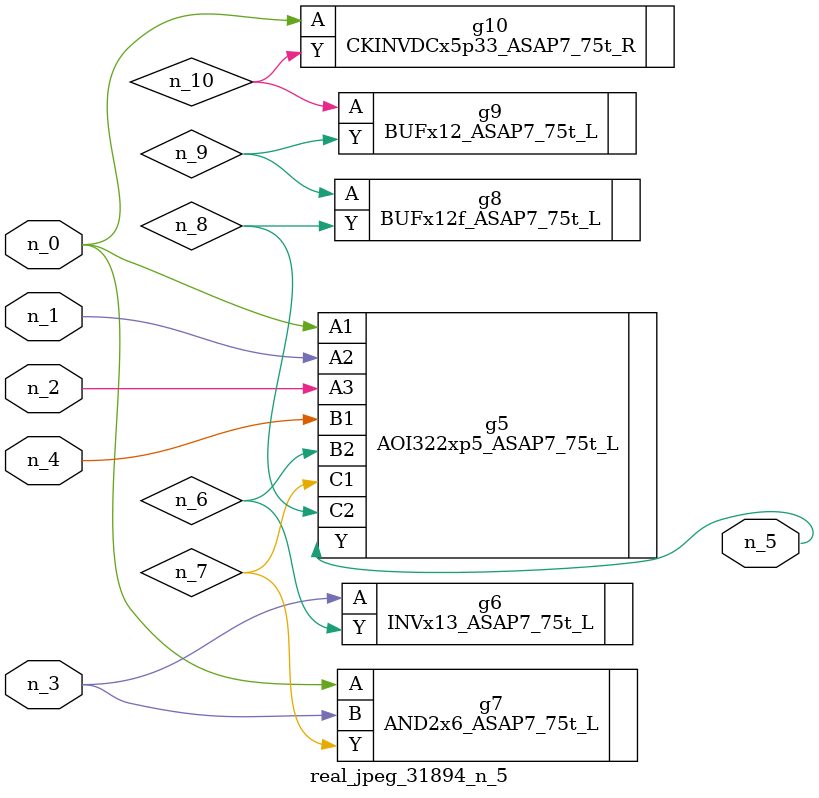
<source format=v>
module real_jpeg_31894_n_5 (n_4, n_0, n_1, n_2, n_3, n_5);

input n_4;
input n_0;
input n_1;
input n_2;
input n_3;

output n_5;

wire n_8;
wire n_6;
wire n_7;
wire n_10;
wire n_9;

AOI322xp5_ASAP7_75t_L g5 ( 
.A1(n_0),
.A2(n_1),
.A3(n_2),
.B1(n_4),
.B2(n_6),
.C1(n_7),
.C2(n_8),
.Y(n_5)
);

AND2x6_ASAP7_75t_L g7 ( 
.A(n_0),
.B(n_3),
.Y(n_7)
);

CKINVDCx5p33_ASAP7_75t_R g10 ( 
.A(n_0),
.Y(n_10)
);

INVx13_ASAP7_75t_L g6 ( 
.A(n_3),
.Y(n_6)
);

BUFx12f_ASAP7_75t_L g8 ( 
.A(n_9),
.Y(n_8)
);

BUFx12_ASAP7_75t_L g9 ( 
.A(n_10),
.Y(n_9)
);


endmodule
</source>
